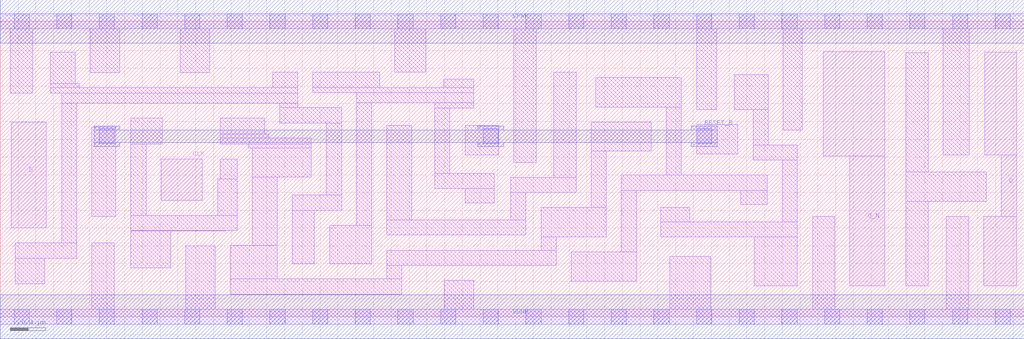
<source format=lef>
# Copyright 2020 The SkyWater PDK Authors
#
# Licensed under the Apache License, Version 2.0 (the "License");
# you may not use this file except in compliance with the License.
# You may obtain a copy of the License at
#
#     https://www.apache.org/licenses/LICENSE-2.0
#
# Unless required by applicable law or agreed to in writing, software
# distributed under the License is distributed on an "AS IS" BASIS,
# WITHOUT WARRANTIES OR CONDITIONS OF ANY KIND, either express or implied.
# See the License for the specific language governing permissions and
# limitations under the License.
#
# SPDX-License-Identifier: Apache-2.0

VERSION 5.7 ;
  NAMESCASESENSITIVE ON ;
  NOWIREEXTENSIONATPIN ON ;
  DIVIDERCHAR "/" ;
  BUSBITCHARS "[]" ;
UNITS
  DATABASE MICRONS 200 ;
END UNITS
MACRO sky130_fd_sc_ms__dfrbp_1
  CLASS CORE ;
  SOURCE USER ;
  FOREIGN sky130_fd_sc_ms__dfrbp_1 ;
  ORIGIN  0.000000  0.000000 ;
  SIZE  11.52000 BY  3.330000 ;
  SYMMETRY X Y R90 ;
  SITE unit ;
  PIN D
    ANTENNAGATEAREA  0.138600 ;
    DIRECTION INPUT ;
    USE SIGNAL ;
    PORT
      LAYER li1 ;
        RECT 0.125000 1.000000 0.520000 2.195000 ;
    END
  END D
  PIN Q
    ANTENNADIFFAREA  0.524500 ;
    DIRECTION OUTPUT ;
    USE SIGNAL ;
    PORT
      LAYER li1 ;
        RECT 11.065000 0.350000 11.435000 1.130000 ;
        RECT 11.075000 1.820000 11.435000 2.980000 ;
        RECT 11.265000 1.130000 11.435000 1.820000 ;
    END
  END Q
  PIN Q_N
    ANTENNADIFFAREA  0.934700 ;
    DIRECTION OUTPUT ;
    USE SIGNAL ;
    PORT
      LAYER li1 ;
        RECT 9.260000 1.810000 9.950000 2.985000 ;
        RECT 9.560000 0.350000 9.950000 1.810000 ;
    END
  END Q_N
  PIN RESET_B
    ANTENNAGATEAREA  0.415800 ;
    DIRECTION INPUT ;
    USE SIGNAL ;
    PORT
      LAYER met1 ;
        RECT 1.055000 1.920000 1.345000 1.965000 ;
        RECT 1.055000 1.965000 8.065000 2.105000 ;
        RECT 1.055000 2.105000 1.345000 2.150000 ;
        RECT 5.375000 1.920000 5.665000 1.965000 ;
        RECT 5.375000 2.105000 5.665000 2.150000 ;
        RECT 7.775000 1.920000 8.065000 1.965000 ;
        RECT 7.775000 2.105000 8.065000 2.150000 ;
    END
  END RESET_B
  PIN CLK
    ANTENNAGATEAREA  0.312600 ;
    DIRECTION INPUT ;
    USE CLOCK ;
    PORT
      LAYER li1 ;
        RECT 1.810000 1.310000 2.275000 1.775000 ;
        RECT 2.045000 1.775000 2.275000 1.780000 ;
    END
  END CLK
  PIN VGND
    DIRECTION INOUT ;
    USE GROUND ;
    PORT
      LAYER met1 ;
        RECT 0.000000 -0.245000 11.520000 0.245000 ;
    END
  END VGND
  PIN VPWR
    DIRECTION INOUT ;
    USE POWER ;
    PORT
      LAYER met1 ;
        RECT 0.000000 3.085000 11.520000 3.575000 ;
    END
  END VPWR
  OBS
    LAYER li1 ;
      RECT  0.000000 -0.085000 11.520000 0.085000 ;
      RECT  0.000000  3.245000 11.520000 3.415000 ;
      RECT  0.115000  2.520000  0.365000 3.245000 ;
      RECT  0.170000  0.370000  0.500000 0.660000 ;
      RECT  0.170000  0.660000  0.860000 0.830000 ;
      RECT  0.565000  2.520000  3.345000 2.580000 ;
      RECT  0.565000  2.580000  0.890000 2.625000 ;
      RECT  0.565000  2.625000  0.845000 2.980000 ;
      RECT  0.690000  0.830000  0.860000 2.410000 ;
      RECT  0.690000  2.410000  3.345000 2.520000 ;
      RECT  1.015000  2.750000  1.345000 3.245000 ;
      RECT  1.030000  0.085000  1.280000 0.830000 ;
      RECT  1.030000  1.130000  1.300000 2.140000 ;
      RECT  1.470000  0.550000  1.920000 0.970000 ;
      RECT  1.470000  0.970000  2.540000 0.975000 ;
      RECT  1.470000  0.975000  2.665000 1.140000 ;
      RECT  1.470000  1.140000  1.640000 1.945000 ;
      RECT  1.470000  1.945000  1.825000 2.240000 ;
      RECT  2.025000  2.750000  2.355000 3.245000 ;
      RECT  2.090000  0.085000  2.420000 0.800000 ;
      RECT  2.445000  1.140000  2.665000 1.550000 ;
      RECT  2.475000  1.550000  2.665000 1.775000 ;
      RECT  2.475000  1.945000  3.500000 2.015000 ;
      RECT  2.475000  2.015000  3.020000 2.060000 ;
      RECT  2.475000  2.060000  2.975000 2.240000 ;
      RECT  2.590000  0.255000  4.520000 0.425000 ;
      RECT  2.590000  0.425000  3.115000 0.805000 ;
      RECT  2.790000  1.900000  3.500000 1.945000 ;
      RECT  2.835000  0.805000  3.115000 1.575000 ;
      RECT  2.835000  1.575000  3.500000 1.900000 ;
      RECT  3.065000  2.580000  3.345000 2.755000 ;
      RECT  3.145000  2.185000  3.840000 2.355000 ;
      RECT  3.145000  2.355000  3.345000 2.410000 ;
      RECT  3.285000  0.595000  3.535000 1.200000 ;
      RECT  3.285000  1.200000  3.840000 1.370000 ;
      RECT  3.515000  2.525000  5.325000 2.585000 ;
      RECT  3.515000  2.585000  4.270000 2.755000 ;
      RECT  3.670000  1.370000  3.840000 2.185000 ;
      RECT  3.705000  0.595000  4.180000 1.030000 ;
      RECT  4.010000  1.030000  4.180000 2.415000 ;
      RECT  4.010000  2.415000  5.325000 2.525000 ;
      RECT  4.350000  0.425000  4.520000 0.580000 ;
      RECT  4.350000  0.580000  6.255000 0.750000 ;
      RECT  4.350000  0.920000  5.915000 1.090000 ;
      RECT  4.350000  1.090000  4.630000 2.155000 ;
      RECT  4.440000  2.755000  4.785000 3.245000 ;
      RECT  4.890000  1.445000  5.560000 1.615000 ;
      RECT  4.890000  1.615000  5.060000 2.350000 ;
      RECT  4.890000  2.350000  5.325000 2.415000 ;
      RECT  4.990000  2.585000  5.325000 2.680000 ;
      RECT  4.995000  0.085000  5.325000 0.410000 ;
      RECT  5.230000  1.285000  5.560000 1.445000 ;
      RECT  5.230000  1.825000  5.610000 2.155000 ;
      RECT  5.745000  1.090000  5.915000 1.400000 ;
      RECT  5.745000  1.400000  6.480000 1.570000 ;
      RECT  5.780000  1.740000  6.030000 3.245000 ;
      RECT  6.085000  0.750000  6.255000 0.900000 ;
      RECT  6.085000  0.900000  6.820000 1.230000 ;
      RECT  6.230000  1.570000  6.480000 2.755000 ;
      RECT  6.425000  0.400000  7.160000 0.730000 ;
      RECT  6.650000  1.230000  6.820000 1.865000 ;
      RECT  6.650000  1.865000  7.325000 2.195000 ;
      RECT  6.700000  2.365000  7.665000 2.695000 ;
      RECT  6.990000  0.730000  7.160000 1.425000 ;
      RECT  6.990000  1.425000  8.630000 1.595000 ;
      RECT  7.430000  0.900000  8.970000 1.070000 ;
      RECT  7.430000  1.070000  7.760000 1.230000 ;
      RECT  7.495000  1.595000  7.665000 2.365000 ;
      RECT  7.535000  0.085000  7.995000 0.680000 ;
      RECT  7.835000  1.835000  8.300000 2.165000 ;
      RECT  7.835000  2.335000  8.060000 3.245000 ;
      RECT  8.260000  2.335000  8.640000 2.730000 ;
      RECT  8.330000  1.265000  8.630000 1.425000 ;
      RECT  8.470000  1.765000  8.970000 1.935000 ;
      RECT  8.470000  1.935000  8.640000 2.335000 ;
      RECT  8.485000  0.350000  8.970000 0.900000 ;
      RECT  8.800000  1.070000  8.970000 1.765000 ;
      RECT  8.810000  2.105000  9.025000 3.245000 ;
      RECT  9.140000  0.085000  9.390000 1.130000 ;
      RECT 10.190000  0.350000 10.440000 1.300000 ;
      RECT 10.190000  1.300000 11.095000 1.630000 ;
      RECT 10.190000  1.630000 10.440000 2.975000 ;
      RECT 10.610000  1.820000 10.905000 3.245000 ;
      RECT 10.645000  0.085000 10.895000 1.130000 ;
    LAYER mcon ;
      RECT  0.155000 -0.085000  0.325000 0.085000 ;
      RECT  0.155000  3.245000  0.325000 3.415000 ;
      RECT  0.635000 -0.085000  0.805000 0.085000 ;
      RECT  0.635000  3.245000  0.805000 3.415000 ;
      RECT  1.115000 -0.085000  1.285000 0.085000 ;
      RECT  1.115000  1.950000  1.285000 2.120000 ;
      RECT  1.115000  3.245000  1.285000 3.415000 ;
      RECT  1.595000 -0.085000  1.765000 0.085000 ;
      RECT  1.595000  3.245000  1.765000 3.415000 ;
      RECT  2.075000 -0.085000  2.245000 0.085000 ;
      RECT  2.075000  3.245000  2.245000 3.415000 ;
      RECT  2.555000 -0.085000  2.725000 0.085000 ;
      RECT  2.555000  3.245000  2.725000 3.415000 ;
      RECT  3.035000 -0.085000  3.205000 0.085000 ;
      RECT  3.035000  3.245000  3.205000 3.415000 ;
      RECT  3.515000 -0.085000  3.685000 0.085000 ;
      RECT  3.515000  3.245000  3.685000 3.415000 ;
      RECT  3.995000 -0.085000  4.165000 0.085000 ;
      RECT  3.995000  3.245000  4.165000 3.415000 ;
      RECT  4.475000 -0.085000  4.645000 0.085000 ;
      RECT  4.475000  3.245000  4.645000 3.415000 ;
      RECT  4.955000 -0.085000  5.125000 0.085000 ;
      RECT  4.955000  3.245000  5.125000 3.415000 ;
      RECT  5.435000 -0.085000  5.605000 0.085000 ;
      RECT  5.435000  1.950000  5.605000 2.120000 ;
      RECT  5.435000  3.245000  5.605000 3.415000 ;
      RECT  5.915000 -0.085000  6.085000 0.085000 ;
      RECT  5.915000  3.245000  6.085000 3.415000 ;
      RECT  6.395000 -0.085000  6.565000 0.085000 ;
      RECT  6.395000  3.245000  6.565000 3.415000 ;
      RECT  6.875000 -0.085000  7.045000 0.085000 ;
      RECT  6.875000  3.245000  7.045000 3.415000 ;
      RECT  7.355000 -0.085000  7.525000 0.085000 ;
      RECT  7.355000  3.245000  7.525000 3.415000 ;
      RECT  7.835000 -0.085000  8.005000 0.085000 ;
      RECT  7.835000  1.950000  8.005000 2.120000 ;
      RECT  7.835000  3.245000  8.005000 3.415000 ;
      RECT  8.315000 -0.085000  8.485000 0.085000 ;
      RECT  8.315000  3.245000  8.485000 3.415000 ;
      RECT  8.795000 -0.085000  8.965000 0.085000 ;
      RECT  8.795000  3.245000  8.965000 3.415000 ;
      RECT  9.275000 -0.085000  9.445000 0.085000 ;
      RECT  9.275000  3.245000  9.445000 3.415000 ;
      RECT  9.755000 -0.085000  9.925000 0.085000 ;
      RECT  9.755000  3.245000  9.925000 3.415000 ;
      RECT 10.235000 -0.085000 10.405000 0.085000 ;
      RECT 10.235000  3.245000 10.405000 3.415000 ;
      RECT 10.715000 -0.085000 10.885000 0.085000 ;
      RECT 10.715000  3.245000 10.885000 3.415000 ;
      RECT 11.195000 -0.085000 11.365000 0.085000 ;
      RECT 11.195000  3.245000 11.365000 3.415000 ;
  END
END sky130_fd_sc_ms__dfrbp_1
END LIBRARY

</source>
